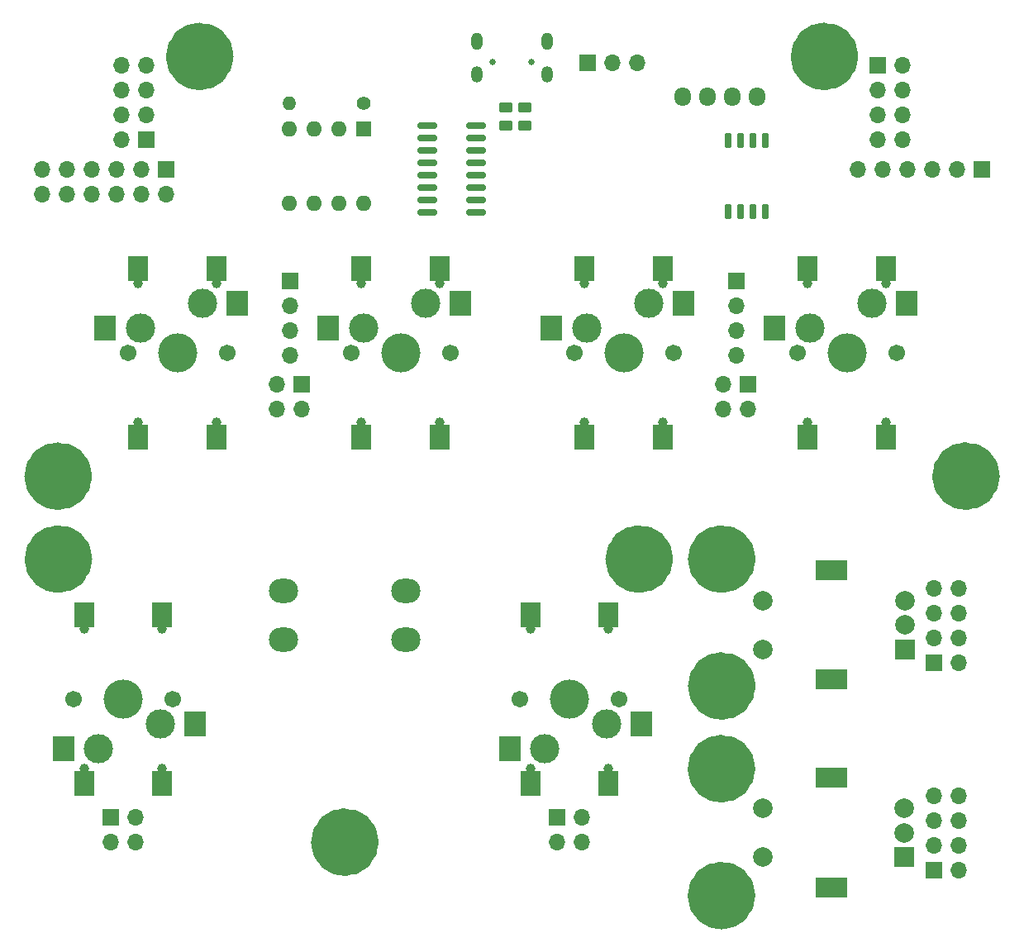
<source format=gbr>
%TF.GenerationSoftware,KiCad,Pcbnew,6.0.10+dfsg-2*%
%TF.CreationDate,2023-01-21T20:21:13+08:00*%
%TF.ProjectId,RKD,524b442e-6b69-4636-9164-5f7063625858,57*%
%TF.SameCoordinates,Original*%
%TF.FileFunction,Soldermask,Bot*%
%TF.FilePolarity,Negative*%
%FSLAX46Y46*%
G04 Gerber Fmt 4.6, Leading zero omitted, Abs format (unit mm)*
G04 Created by KiCad (PCBNEW 6.0.10+dfsg-2) date 2023-01-21 20:21:13*
%MOMM*%
%LPD*%
G01*
G04 APERTURE LIST*
G04 Aperture macros list*
%AMRoundRect*
0 Rectangle with rounded corners*
0 $1 Rounding radius*
0 $2 $3 $4 $5 $6 $7 $8 $9 X,Y pos of 4 corners*
0 Add a 4 corners polygon primitive as box body*
4,1,4,$2,$3,$4,$5,$6,$7,$8,$9,$2,$3,0*
0 Add four circle primitives for the rounded corners*
1,1,$1+$1,$2,$3*
1,1,$1+$1,$4,$5*
1,1,$1+$1,$6,$7*
1,1,$1+$1,$8,$9*
0 Add four rect primitives between the rounded corners*
20,1,$1+$1,$2,$3,$4,$5,0*
20,1,$1+$1,$4,$5,$6,$7,0*
20,1,$1+$1,$6,$7,$8,$9,0*
20,1,$1+$1,$8,$9,$2,$3,0*%
G04 Aperture macros list end*
%ADD10C,3.460000*%
%ADD11C,1.701800*%
%ADD12C,3.000000*%
%ADD13C,4.000000*%
%ADD14R,2.032000X2.550000*%
%ADD15C,1.000000*%
%ADD16R,2.200000X2.500000*%
%ADD17R,1.700000X1.700000*%
%ADD18O,1.700000X1.700000*%
%ADD19O,1.700000X1.950000*%
%ADD20C,1.400000*%
%ADD21O,1.400000X1.400000*%
%ADD22C,0.650000*%
%ADD23O,1.200000X1.800000*%
%ADD24O,1.200000X1.700000*%
%ADD25R,2.000000X2.000000*%
%ADD26C,2.000000*%
%ADD27R,3.200000X2.000000*%
%ADD28O,3.000000X2.500000*%
%ADD29R,1.600000X1.600000*%
%ADD30O,1.600000X1.600000*%
%ADD31RoundRect,0.150000X-0.150000X0.650000X-0.150000X-0.650000X0.150000X-0.650000X0.150000X0.650000X0*%
%ADD32RoundRect,0.150000X0.825000X0.150000X-0.825000X0.150000X-0.825000X-0.150000X0.825000X-0.150000X0*%
%ADD33RoundRect,0.250000X-0.450000X0.262500X-0.450000X-0.262500X0.450000X-0.262500X0.450000X0.262500X0*%
G04 APERTURE END LIST*
%TO.C,H1*%
D10*
X19730000Y89525126D02*
G75*
G03*
X19730000Y89525126I-1730000J0D01*
G01*
%TO.C,H3*%
X5230000Y46525126D02*
G75*
G03*
X5230000Y46525126I-1730000J0D01*
G01*
%TO.C,H10*%
X73179748Y3550252D02*
G75*
G03*
X73179748Y3550252I-1730000J0D01*
G01*
%TO.C,H8*%
X73204874Y25025126D02*
G75*
G03*
X73204874Y25025126I-1730000J0D01*
G01*
%TO.C,H2*%
X83730000Y89525126D02*
G75*
G03*
X83730000Y89525126I-1730000J0D01*
G01*
%TO.C,H5*%
X64755126Y38025126D02*
G75*
G03*
X64755126Y38025126I-1730000J0D01*
G01*
%TO.C,H7*%
X34595126Y9025126D02*
G75*
G03*
X34595126Y9025126I-1730000J0D01*
G01*
%TO.C,H4*%
X98230000Y46525126D02*
G75*
G03*
X98230000Y46525126I-1730000J0D01*
G01*
%TO.C,H6*%
X5255126Y38025126D02*
G75*
G03*
X5255126Y38025126I-1730000J0D01*
G01*
%TO.C,H9*%
X73204874Y38025126D02*
G75*
G03*
X73204874Y38025126I-1730000J0D01*
G01*
%TO.C,H11*%
X73179748Y16550252D02*
G75*
G03*
X73179748Y16550252I-1730000J0D01*
G01*
%TD*%
D11*
%TO.C,K2*%
X43650000Y59135126D03*
D12*
X34760000Y61675126D03*
D11*
X33490000Y59135126D03*
D12*
X41110000Y64215126D03*
D13*
X38570000Y59135126D03*
D14*
X42570000Y67776126D03*
X34570000Y50494126D03*
D15*
X34570000Y51997726D03*
X34570000Y66272526D03*
D14*
X42570000Y50494126D03*
D15*
X42570000Y66272526D03*
D14*
X34570000Y67776126D03*
D16*
X44685000Y64235126D03*
D15*
X42570000Y51997726D03*
D16*
X31195000Y61695126D03*
%TD*%
D11*
%TO.C,K6*%
X5085126Y23705126D03*
D12*
X13975126Y21165126D03*
D11*
X15245126Y23705126D03*
D12*
X7625126Y18625126D03*
D13*
X10165126Y23705126D03*
D14*
X6165126Y15064126D03*
X14165126Y32346126D03*
D15*
X14165126Y30842526D03*
X14165126Y16567726D03*
D14*
X6165126Y32346126D03*
D15*
X6165126Y16567726D03*
D14*
X14165126Y15064126D03*
D16*
X4050126Y18605126D03*
D15*
X6165126Y30842526D03*
D16*
X17540126Y21145126D03*
%TD*%
D11*
%TO.C,K5*%
X50805126Y23705126D03*
D12*
X59695126Y21165126D03*
D11*
X60965126Y23705126D03*
D12*
X53345126Y18625126D03*
D13*
X55885126Y23705126D03*
D14*
X51885126Y15064126D03*
X59885126Y32346126D03*
D15*
X59885126Y30842526D03*
X59885126Y16567726D03*
D14*
X51885126Y32346126D03*
D15*
X51885126Y16567726D03*
D14*
X59885126Y15064126D03*
D16*
X49770126Y18605126D03*
D15*
X51885126Y30842526D03*
D16*
X63260126Y21145126D03*
%TD*%
D11*
%TO.C,K4*%
X89370000Y59135126D03*
D12*
X80480000Y61675126D03*
D11*
X79210000Y59135126D03*
D12*
X86830000Y64215126D03*
D13*
X84290000Y59135126D03*
D14*
X88290000Y67776126D03*
X80290000Y50494126D03*
D15*
X80290000Y51997726D03*
X80290000Y66272526D03*
D14*
X88290000Y50494126D03*
D15*
X88290000Y66272526D03*
D14*
X80290000Y67776126D03*
D16*
X90405000Y64235126D03*
D15*
X88290000Y51997726D03*
D16*
X76915000Y61695126D03*
%TD*%
D11*
%TO.C,K3*%
X66510000Y59135126D03*
D12*
X57620000Y61675126D03*
D11*
X56350000Y59135126D03*
D12*
X63970000Y64215126D03*
D13*
X61430000Y59135126D03*
D14*
X65430000Y67776126D03*
X57430000Y50494126D03*
D15*
X57430000Y51997726D03*
X57430000Y66272526D03*
D14*
X65430000Y50494126D03*
D15*
X65430000Y66272526D03*
D14*
X57430000Y67776126D03*
D16*
X67545000Y64235126D03*
D15*
X65430000Y51997726D03*
D16*
X54055000Y61695126D03*
%TD*%
D11*
%TO.C,K1*%
X20790000Y59135126D03*
D12*
X11900000Y61675126D03*
D11*
X10630000Y59135126D03*
D12*
X18250000Y64215126D03*
D13*
X15710000Y59135126D03*
D14*
X19710000Y67776126D03*
X11710000Y50494126D03*
D15*
X11710000Y51997726D03*
X11710000Y66272526D03*
D14*
X19710000Y50494126D03*
D15*
X19710000Y66272526D03*
D14*
X11710000Y67776126D03*
D16*
X21825000Y64235126D03*
D15*
X19710000Y51997726D03*
D16*
X8335000Y61695126D03*
%TD*%
D12*
%TO.C,H1*%
X18000000Y89525126D03*
%TD*%
D17*
%TO.C,J2*%
X28415000Y55895126D03*
D18*
X28415000Y53355126D03*
X25875000Y55895126D03*
X25875000Y53355126D03*
%TD*%
D19*
%TO.C,J10*%
X75134467Y85416270D03*
X72588200Y85422726D03*
X70048580Y85416270D03*
X67508200Y85416270D03*
%TD*%
D12*
%TO.C,H3*%
X3500000Y46525126D03*
%TD*%
%TO.C,H10*%
X71449748Y3550252D03*
%TD*%
%TO.C,H8*%
X71474874Y25025126D03*
%TD*%
%TO.C,H2*%
X82000000Y89525126D03*
%TD*%
D17*
%TO.C,J8*%
X54585126Y11550126D03*
D18*
X54585126Y9010126D03*
X57125126Y11550126D03*
X57125126Y9010126D03*
%TD*%
D20*
%TO.C,R4*%
X34767600Y84711526D03*
D21*
X27147600Y84711526D03*
%TD*%
D22*
%TO.C,J1*%
X52000000Y88911126D03*
X48000000Y88911126D03*
D23*
X53600000Y91061126D03*
X46400000Y91061126D03*
D24*
X46400000Y87661126D03*
X53600000Y87661126D03*
%TD*%
D25*
%TO.C,SW8*%
X90199748Y7500252D03*
D26*
X90199748Y12500252D03*
X90199748Y10000252D03*
D27*
X82699748Y15600252D03*
X82699748Y4400252D03*
D26*
X75699748Y12500252D03*
X75699748Y7500252D03*
%TD*%
D17*
%TO.C,J9*%
X93199748Y6150252D03*
D18*
X95739748Y6150252D03*
X93199748Y8690252D03*
X95739748Y8690252D03*
X93199748Y11230252D03*
X95739748Y11230252D03*
X93199748Y13770252D03*
X95739748Y13770252D03*
%TD*%
D17*
%TO.C,J3*%
X12568000Y81003126D03*
D18*
X10028000Y81003126D03*
X12568000Y83543126D03*
X10028000Y83543126D03*
X12568000Y86083126D03*
X10028000Y86083126D03*
X12568000Y88623126D03*
X10028000Y88623126D03*
%TD*%
D12*
%TO.C,H5*%
X63025126Y38025126D03*
%TD*%
D17*
%TO.C,J11*%
X14600000Y77955126D03*
D18*
X14600000Y75415126D03*
X12060000Y77955126D03*
X12060000Y75415126D03*
X9520000Y77955126D03*
X9520000Y75415126D03*
X6980000Y77955126D03*
X6980000Y75415126D03*
X4440000Y77955126D03*
X4440000Y75415126D03*
X1900000Y77955126D03*
X1900000Y75415126D03*
%TD*%
D17*
%TO.C,J6*%
X93224874Y27440126D03*
D18*
X95764874Y27440126D03*
X93224874Y29980126D03*
X95764874Y29980126D03*
X93224874Y32520126D03*
X95764874Y32520126D03*
X93224874Y35060126D03*
X95764874Y35060126D03*
%TD*%
D12*
%TO.C,H7*%
X32865126Y9025126D03*
%TD*%
%TO.C,H4*%
X96500000Y46525126D03*
%TD*%
D17*
%TO.C,J15*%
X73020000Y66525126D03*
D18*
X73020000Y63985126D03*
X73020000Y61445126D03*
X73020000Y58905126D03*
%TD*%
D12*
%TO.C,H6*%
X3525126Y38025126D03*
%TD*%
D17*
%TO.C,J14*%
X27300000Y66525126D03*
D18*
X27300000Y63985126D03*
X27300000Y61445126D03*
X27300000Y58905126D03*
%TD*%
D28*
%TO.C,SW7*%
X39115126Y34735126D03*
X26615126Y34735126D03*
X26615126Y29735126D03*
X39115126Y29735126D03*
%TD*%
D25*
%TO.C,SW6*%
X90224874Y28790126D03*
D26*
X90224874Y33790126D03*
X90224874Y31290126D03*
D27*
X82724874Y36890126D03*
X82724874Y25690126D03*
D26*
X75724874Y33790126D03*
X75724874Y28790126D03*
%TD*%
D17*
%TO.C,J4*%
X74135000Y55895126D03*
D18*
X74135000Y53355126D03*
X71595000Y55895126D03*
X71595000Y53355126D03*
%TD*%
D17*
%TO.C,J12*%
X98166000Y77955126D03*
D18*
X95626000Y77955126D03*
X93086000Y77955126D03*
X90546000Y77955126D03*
X88006000Y77955126D03*
X85466000Y77955126D03*
%TD*%
D17*
%TO.C,J5*%
X87498000Y88603126D03*
D18*
X90038000Y88603126D03*
X87498000Y86063126D03*
X90038000Y86063126D03*
X87498000Y83523126D03*
X90038000Y83523126D03*
X87498000Y80983126D03*
X90038000Y80983126D03*
%TD*%
D29*
%TO.C,SW2*%
X34818400Y82120726D03*
D30*
X32278400Y82120726D03*
X29738400Y82120726D03*
X27198400Y82120726D03*
X27198400Y74500726D03*
X29738400Y74500726D03*
X32278400Y74500726D03*
X34818400Y74500726D03*
%TD*%
D12*
%TO.C,H9*%
X71474874Y38025126D03*
%TD*%
D17*
%TO.C,J7*%
X8865126Y11550126D03*
D18*
X8865126Y9010126D03*
X11405126Y11550126D03*
X11405126Y9010126D03*
%TD*%
D12*
%TO.C,H11*%
X71449748Y16550252D03*
%TD*%
D17*
%TO.C,J13*%
X57729200Y88902526D03*
D18*
X60269200Y88902526D03*
X62809200Y88902526D03*
%TD*%
D31*
%TO.C,U1*%
X72156400Y80869326D03*
X73426400Y80869326D03*
X74696400Y80869326D03*
X75966400Y80869326D03*
X75966400Y73669326D03*
X74696400Y73669326D03*
X73426400Y73669326D03*
X72156400Y73669326D03*
%TD*%
D32*
%TO.C,U3*%
X46285000Y82400126D03*
X46285000Y81130126D03*
X46285000Y79860126D03*
X46285000Y78590126D03*
X46285000Y77320126D03*
X46285000Y76050126D03*
X46285000Y74780126D03*
X46285000Y73510126D03*
X41335000Y73510126D03*
X41335000Y74780126D03*
X41335000Y76050126D03*
X41335000Y77320126D03*
X41335000Y78590126D03*
X41335000Y79860126D03*
X41335000Y81130126D03*
X41335000Y82400126D03*
%TD*%
D33*
%TO.C,R12*%
X49372600Y84277826D03*
X49372600Y82452826D03*
%TD*%
%TO.C,R9*%
X51277600Y84277826D03*
X51277600Y82452826D03*
%TD*%
M02*

</source>
